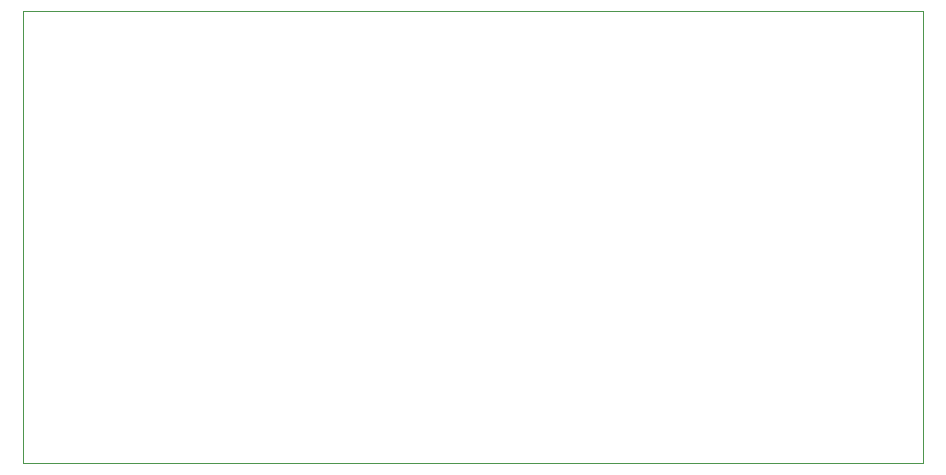
<source format=gbr>
%TF.GenerationSoftware,KiCad,Pcbnew,7.0.7*%
%TF.CreationDate,2024-03-31T21:20:54-04:00*%
%TF.ProjectId,4ch-driver-v0,3463682d-6472-4697-9665-722d76302e6b,rev?*%
%TF.SameCoordinates,Original*%
%TF.FileFunction,Profile,NP*%
%FSLAX46Y46*%
G04 Gerber Fmt 4.6, Leading zero omitted, Abs format (unit mm)*
G04 Created by KiCad (PCBNEW 7.0.7) date 2024-03-31 21:20:54*
%MOMM*%
%LPD*%
G01*
G04 APERTURE LIST*
%TA.AperFunction,Profile*%
%ADD10C,0.100000*%
%TD*%
G04 APERTURE END LIST*
D10*
X105990000Y-121180000D02*
X182190000Y-121180000D01*
X105990000Y-121180000D02*
X105990000Y-82930000D01*
X182190000Y-82930000D02*
X182190000Y-121180000D01*
X105990000Y-82930000D02*
X182190000Y-82930000D01*
M02*

</source>
